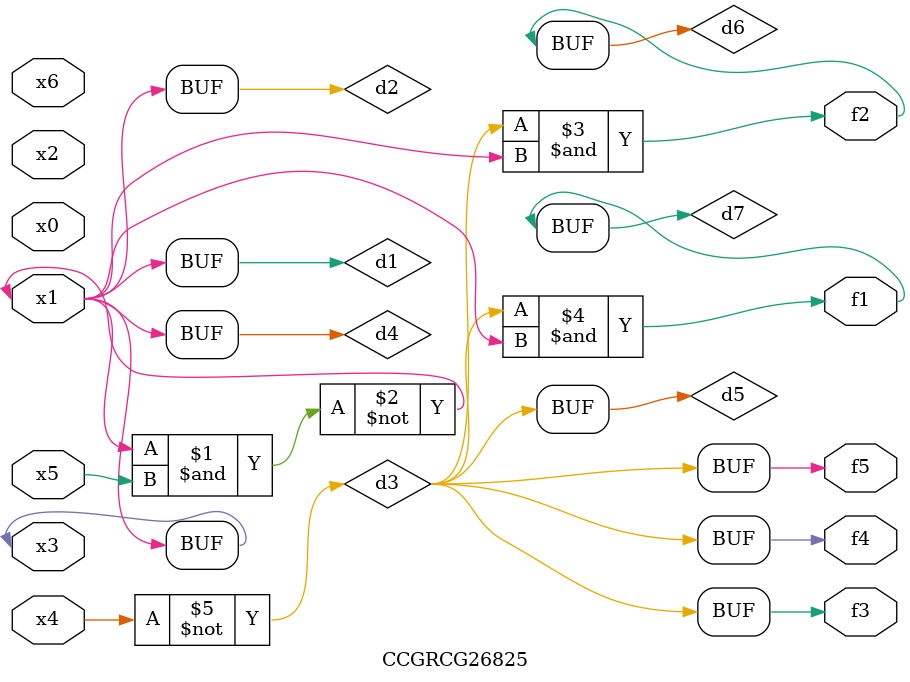
<source format=v>
module CCGRCG26825(
	input x0, x1, x2, x3, x4, x5, x6,
	output f1, f2, f3, f4, f5
);

	wire d1, d2, d3, d4, d5, d6, d7;

	buf (d1, x1, x3);
	nand (d2, x1, x5);
	not (d3, x4);
	buf (d4, d1, d2);
	buf (d5, d3);
	and (d6, d3, d4);
	and (d7, d3, d4);
	assign f1 = d7;
	assign f2 = d6;
	assign f3 = d5;
	assign f4 = d5;
	assign f5 = d5;
endmodule

</source>
